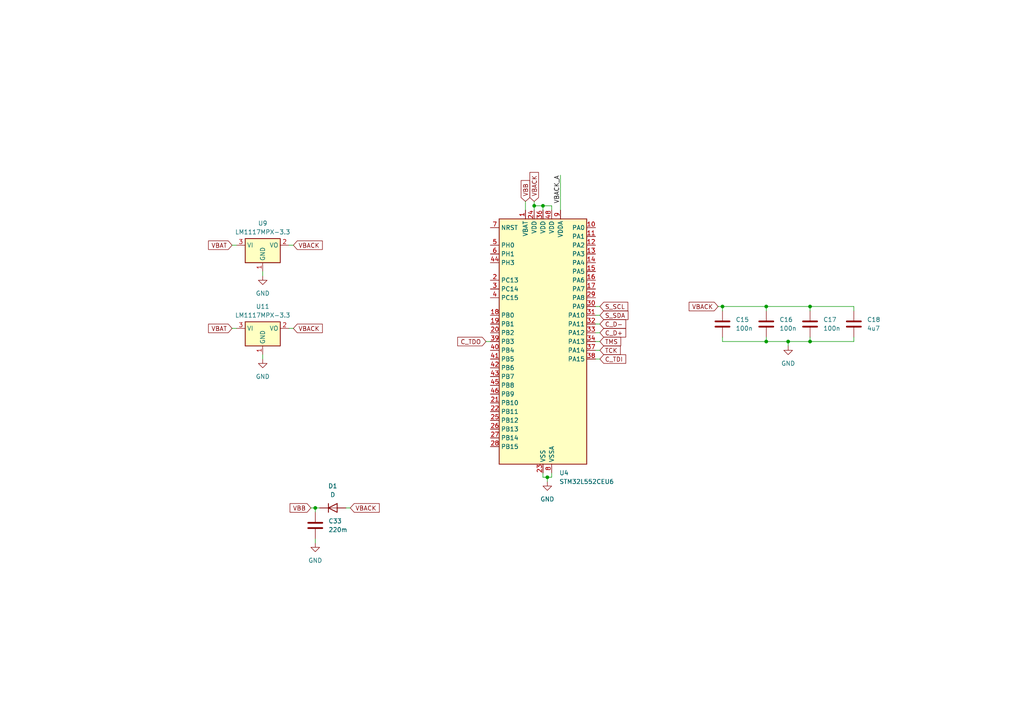
<source format=kicad_sch>
(kicad_sch (version 20230121) (generator eeschema)
  (paper "A4")
  (lib_symbols
    (symbol "Device:C" (pin_numbers hide) (pin_names (offset 0.254))
      (property "Reference" "C" (at 0.635 2.54 0))
      (property "Value" "C" (at 0.635 -2.54 0))
      (symbol "C_0_1"
        (polyline (pts (xy -2.032 -0.762) (xy 2.032 -0.762)) (stroke (width 0.508)))
        (polyline (pts (xy -2.032 0.762) (xy 2.032 0.762)) (stroke (width 0.508)))
      )
      (symbol "C_1_1"
        (pin passive line (at 0 3.81 270) (length 2.794) (name "~") (number "1"))
        (pin passive line (at 0 -3.81 90) (length 2.794) (name "~") (number "2"))
      )
    )
    (symbol "Device:D" (pin_numbers hide) (pin_names (offset 1.016) hide)
      (property "Reference" "D" (at 0 2.54 0))
      (property "Value" "D" (at 0 -2.54 0))
      (symbol "D_0_1"
        (polyline (pts (xy -1.27 1.27) (xy -1.27 -1.27)) (stroke (width 0.254)))
        (polyline (pts (xy 1.27 0) (xy -1.27 0)))
        (polyline (pts (xy 1.27 1.27) (xy 1.27 -1.27) (xy -1.27 0) (xy 1.27 1.27)) (stroke (width 0.254)))
      )
      (symbol "D_1_1"
        (pin passive line (at -3.81 0 0) (length 2.54) (name "K") (number "1"))
        (pin passive line (at 3.81 0 180) (length 2.54) (name "A") (number "2"))
      )
    )
    (symbol "MCU_ST_STM32L5:STM32L552CEUx"
      (property "Reference" "U" (at -12.7 36.83 0))
      (property "Value" "STM32L552CEUx" (at 7.62 36.83 0))
      (symbol "STM32L552CEUx_0_1"
        (rectangle (start -12.7 -35.56) (end 12.7 35.56) (stroke (width 0.254)) (fill (type background)))
      )
      (symbol "STM32L552CEUx_1_1"
        (pin power_in line (at -5.08 38.1 270) (length 2.54) (name "VBAT") (number "1"))
        (pin bidirectional line (at 15.24 33.02 180) (length 2.54) (name "PA0") (number "10"))
        (pin bidirectional line (at 15.24 30.48 180) (length 2.54) (name "PA1") (number "11"))
        (pin bidirectional line (at 15.24 27.94 180) (length 2.54) (name "PA2") (number "12"))
        (pin bidirectional line (at 15.24 25.4 180) (length 2.54) (name "PA3") (number "13"))
        (pin bidirectional line (at 15.24 22.86 180) (length 2.54) (name "PA4") (number "14"))
        (pin bidirectional line (at 15.24 20.32 180) (length 2.54) (name "PA5") (number "15"))
        (pin bidirectional line (at 15.24 17.78 180) (length 2.54) (name "PA6") (number "16"))
        (pin bidirectional line (at 15.24 15.24 180) (length 2.54) (name "PA7") (number "17"))
        (pin bidirectional line (at -15.24 7.62 0) (length 2.54) (name "PB0") (number "18"))
        (pin bidirectional line (at -15.24 5.08 0) (length 2.54) (name "PB1") (number "19"))
        (pin bidirectional line (at -15.24 17.78 0) (length 2.54) (name "PC13") (number "2"))
        (pin bidirectional line (at -15.24 2.54 0) (length 2.54) (name "PB2") (number "20"))
        (pin bidirectional line (at -15.24 -17.78 0) (length 2.54) (name "PB10") (number "21"))
        (pin bidirectional line (at -15.24 -20.32 0) (length 2.54) (name "PB11") (number "22"))
        (pin power_in line (at 0 -38.1 90) (length 2.54) (name "VSS") (number "23"))
        (pin power_in line (at -2.54 38.1 270) (length 2.54) (name "VDD") (number "24"))
        (pin bidirectional line (at -15.24 -22.86 0) (length 2.54) (name "PB12") (number "25"))
        (pin bidirectional line (at -15.24 -25.4 0) (length 2.54) (name "PB13") (number "26"))
        (pin bidirectional line (at -15.24 -27.94 0) (length 2.54) (name "PB14") (number "27"))
        (pin bidirectional line (at -15.24 -30.48 0) (length 2.54) (name "PB15") (number "28"))
        (pin bidirectional line (at 15.24 12.7 180) (length 2.54) (name "PA8") (number "29"))
        (pin bidirectional line (at -15.24 15.24 0) (length 2.54) (name "PC14") (number "3"))
        (pin bidirectional line (at 15.24 10.16 180) (length 2.54) (name "PA9") (number "30"))
        (pin bidirectional line (at 15.24 7.62 180) (length 2.54) (name "PA10") (number "31"))
        (pin bidirectional line (at 15.24 5.08 180) (length 2.54) (name "PA11") (number "32"))
        (pin bidirectional line (at 15.24 2.54 180) (length 2.54) (name "PA12") (number "33"))
        (pin bidirectional line (at 15.24 0 180) (length 2.54) (name "PA13") (number "34"))
        (pin passive line (at 0 -38.1 90) (length 2.54) hide (name "VSS") (number "35"))
        (pin power_in line (at 0 38.1 270) (length 2.54) (name "VDD") (number "36"))
        (pin bidirectional line (at 15.24 -2.54 180) (length 2.54) (name "PA14") (number "37"))
        (pin bidirectional line (at 15.24 -5.08 180) (length 2.54) (name "PA15") (number "38"))
        (pin bidirectional line (at -15.24 0 0) (length 2.54) (name "PB3") (number "39"))
        (pin bidirectional line (at -15.24 12.7 0) (length 2.54) (name "PC15") (number "4"))
        (pin bidirectional line (at -15.24 -2.54 0) (length 2.54) (name "PB4") (number "40"))
        (pin bidirectional line (at -15.24 -5.08 0) (length 2.54) (name "PB5") (number "41"))
        (pin bidirectional line (at -15.24 -7.62 0) (length 2.54) (name "PB6") (number "42"))
        (pin bidirectional line (at -15.24 -10.16 0) (length 2.54) (name "PB7") (number "43"))
        (pin bidirectional line (at -15.24 22.86 0) (length 2.54) (name "PH3") (number "44"))
        (pin bidirectional line (at -15.24 -12.7 0) (length 2.54) (name "PB8") (number "45"))
        (pin bidirectional line (at -15.24 -15.24 0) (length 2.54) (name "PB9") (number "46"))
        (pin passive line (at 0 -38.1 90) (length 2.54) hide (name "VSS") (number "47"))
        (pin power_in line (at 2.54 38.1 270) (length 2.54) (name "VDD") (number "48"))
        (pin passive line (at 0 -38.1 90) (length 2.54) hide (name "VSS") (number "49"))
        (pin bidirectional line (at -15.24 27.94 0) (length 2.54) (name "PH0") (number "5"))
        (pin bidirectional line (at -15.24 25.4 0) (length 2.54) (name "PH1") (number "6"))
        (pin input line (at -15.24 33.02 0) (length 2.54) (name "NRST") (number "7"))
        (pin power_in line (at 2.54 -38.1 90) (length 2.54) (name "VSSA") (number "8"))
        (pin power_in line (at 5.08 38.1 270) (length 2.54) (name "VDDA") (number "9"))
      )
    )
    (symbol "Regulator_Linear:LM1117MP-3.3"
      (property "Reference" "U" (at -3.81 3.175 0))
      (property "Value" "LM1117MP-3.3" (at 0 3.175 0))
      (symbol "LM1117MP-3.3_0_1"
        (rectangle (start -5.08 -5.08) (end 5.08 1.905) (stroke (width 0.254)) (fill (type background)))
      )
      (symbol "LM1117MP-3.3_1_1"
        (pin power_in line (at 0 -7.62 90) (length 2.54) (name "GND") (number "1"))
        (pin power_out line (at 7.62 0 180) (length 2.54) (name "VO") (number "2"))
        (pin power_in line (at -7.62 0 0) (length 2.54) (name "VI") (number "3"))
      )
    )
    (symbol "power:GND" (power) (pin_names (offset 0))
      (property "Value" "GND" (at 0 -3.81 0))
      (symbol "GND_0_1"
        (polyline (pts (xy 0 0) (xy 0 -1.27) (xy 1.27 -1.27) (xy 0 -2.54) (xy -1.27 -1.27) (xy 0 -1.27)))
      )
      (symbol "GND_1_1"
        (pin power_in line (at 0 0 270) (length 0) hide (name "GND") (number "1"))
      )
    )
  )
  (junction (at 91.44 147.32))
  (junction (at 209.55 88.9))
  (junction (at 157.48 59.69))
  (junction (at 234.95 99.06))
  (junction (at 228.6 99.06))
  (junction (at 222.25 99.06))
  (junction (at 154.94 59.69))
  (junction (at 158.75 138.43))
  (junction (at 222.25 88.9))
  (junction (at 234.95 88.9))
  (wire (pts (xy 247.65 88.9) (xy 234.95 88.9)))
  (wire (pts (xy 154.94 60.96) (xy 154.94 59.69)))
  (wire (pts (xy 152.4 58.42) (xy 152.4 60.96)))
  (wire (pts (xy 228.6 99.06) (xy 228.6 100.33)))
  (wire (pts (xy 140.97 99.06) (xy 142.24 99.06)))
  (wire (pts (xy 209.55 90.17) (xy 209.55 88.9)))
  (wire (pts (xy 247.65 97.79) (xy 247.65 99.06)))
  (wire (pts (xy 234.95 88.9) (xy 234.95 90.17)))
  (wire (pts (xy 222.25 99.06) (xy 228.6 99.06)))
  (wire (pts (xy 222.25 88.9) (xy 234.95 88.9)))
  (wire (pts (xy 172.72 88.9) (xy 173.99 88.9)))
  (wire (pts (xy 83.82 95.25) (xy 85.09 95.25)))
  (wire (pts (xy 76.2 102.87) (xy 76.2 104.14)))
  (wire (pts (xy 172.72 99.06) (xy 173.99 99.06)))
  (wire (pts (xy 91.44 147.32) (xy 92.71 147.32)))
  (wire (pts (xy 83.82 71.12) (xy 85.09 71.12)))
  (wire (pts (xy 91.44 148.59) (xy 91.44 147.32)))
  (wire (pts (xy 172.72 104.14) (xy 173.99 104.14)))
  (wire (pts (xy 172.72 91.44) (xy 173.99 91.44)))
  (wire (pts (xy 160.02 138.43) (xy 160.02 137.16)))
  (wire (pts (xy 157.48 138.43) (xy 158.75 138.43)))
  (wire (pts (xy 67.31 71.12) (xy 68.58 71.12)))
  (wire (pts (xy 208.28 88.9) (xy 209.55 88.9)))
  (wire (pts (xy 222.25 97.79) (xy 222.25 99.06)))
  (wire (pts (xy 247.65 99.06) (xy 234.95 99.06)))
  (wire (pts (xy 157.48 59.69) (xy 157.48 60.96)))
  (wire (pts (xy 222.25 88.9) (xy 222.25 90.17)))
  (wire (pts (xy 100.33 147.32) (xy 101.6 147.32)))
  (wire (pts (xy 158.75 139.7) (xy 158.75 138.43)))
  (wire (pts (xy 154.94 59.69) (xy 157.48 59.69)))
  (wire (pts (xy 172.72 96.52) (xy 173.99 96.52)))
  (wire (pts (xy 157.48 137.16) (xy 157.48 138.43)))
  (wire (pts (xy 209.55 99.06) (xy 222.25 99.06)))
  (wire (pts (xy 91.44 156.21) (xy 91.44 157.48)))
  (wire (pts (xy 160.02 59.69) (xy 157.48 59.69)))
  (wire (pts (xy 222.25 88.9) (xy 209.55 88.9)))
  (wire (pts (xy 209.55 97.79) (xy 209.55 99.06)))
  (wire (pts (xy 158.75 138.43) (xy 160.02 138.43)))
  (wire (pts (xy 154.94 58.42) (xy 154.94 59.69)))
  (wire (pts (xy 228.6 99.06) (xy 234.95 99.06)))
  (wire (pts (xy 160.02 60.96) (xy 160.02 59.69)))
  (wire (pts (xy 247.65 90.17) (xy 247.65 88.9)))
  (wire (pts (xy 67.31 95.25) (xy 68.58 95.25)))
  (wire (pts (xy 90.17 147.32) (xy 91.44 147.32)))
  (wire (pts (xy 234.95 99.06) (xy 234.95 97.79)))
  (wire (pts (xy 162.56 50.8) (xy 162.56 60.96)))
  (wire (pts (xy 76.2 78.74) (xy 76.2 80.01)))
  (wire (pts (xy 172.72 101.6) (xy 173.99 101.6)))
  (wire (pts (xy 172.72 93.98) (xy 173.99 93.98)))
  (label "VBACK_A" (at 162.56 50.8 270))
  (global_label "C_D-" (shape input) (at 173.99 93.98 0) (property "Intersheetrefs" "${INTERSHEET_REFS}" (effects hide)))
  (global_label "VBACK" (shape input) (at 85.09 71.12 0) (property "Intersheetrefs" "${INTERSHEET_REFS}" (effects hide)))
  (global_label "VBB" (shape input) (at 152.4 58.42 90) (property "Intersheetrefs" "${INTERSHEET_REFS}" (effects hide)))
  (global_label "VBACK" (shape input) (at 208.28 88.9 180) (property "Intersheetrefs" "${INTERSHEET_REFS}" (effects hide)))
  (global_label "VBACK" (shape input) (at 154.94 58.42 90) (property "Intersheetrefs" "${INTERSHEET_REFS}" (effects hide)))
  (global_label "C_TDO" (shape input) (at 140.97 99.06 180) (property "Intersheetrefs" "${INTERSHEET_REFS}" (effects hide)))
  (global_label "S_SCL" (shape input) (at 173.99 88.9 0) (property "Intersheetrefs" "${INTERSHEET_REFS}" (effects hide)))
  (global_label "TMS" (shape input) (at 173.99 99.06 0) (property "Intersheetrefs" "${INTERSHEET_REFS}" (effects hide)))
  (global_label "TCK" (shape input) (at 173.99 101.6 0) (property "Intersheetrefs" "${INTERSHEET_REFS}" (effects hide)))
  (global_label "VBACK" (shape input) (at 85.09 95.25 0) (property "Intersheetrefs" "${INTERSHEET_REFS}" (effects hide)))
  (global_label "C_D+" (shape input) (at 173.99 96.52 0) (property "Intersheetrefs" "${INTERSHEET_REFS}" (effects hide)))
  (global_label "C_TDI" (shape input) (at 173.99 104.14 0) (property "Intersheetrefs" "${INTERSHEET_REFS}" (effects hide)))
  (global_label "VBACK" (shape input) (at 101.6 147.32 0) (property "Intersheetrefs" "${INTERSHEET_REFS}" (effects hide)))
  (global_label "VBB" (shape input) (at 90.17 147.32 180) (property "Intersheetrefs" "${INTERSHEET_REFS}" (effects hide)))
  (global_label "S_SDA" (shape input) (at 173.99 91.44 0) (property "Intersheetrefs" "${INTERSHEET_REFS}" (effects hide)))
  (global_label "VBAT" (shape input) (at 67.31 71.12 180) (property "Intersheetrefs" "${INTERSHEET_REFS}" (effects hide)))
  (global_label "VBAT" (shape input) (at 67.31 95.25 180) (property "Intersheetrefs" "${INTERSHEET_REFS}" (effects hide)))
  (symbol (lib_id "Device:C") (at 91.44 152.4 0) (unit 1)
    (property "Reference" "C33" (at 95.25 151.13 0) (effects (justify left)))
    (property "Value" "220m" (at 95.25 153.67 0) (effects (justify left)))
    (property "Footprint" "Capacitor_SMD:CP_Elec_8x10.5" (effects hide))
  )
  (symbol (lib_id "Regulator_Linear:LM1117MP-3.3") (at 76.2 71.12 0) (unit 1)
    (property "Reference" "U9" (at 76.2 64.77 0))
    (property "Value" "LM1117MPX-3.3" (at 76.2 67.31 0))
    (property "Footprint" "Package_TO_SOT_SMD:SOT-223-3_TabPin2" (effects hide))
    (property "Datasheet" "http://www.ti.com/lit/ds/symlink/lm1117.pdf" (effects hide))
  )
  (symbol (lib_id "power:GND") (at 158.75 139.7 0) (unit 1)
    (property "Reference" "#PWR04" (effects hide))
    (property "Value" "GND" (at 158.75 144.78 0))
  )
  (symbol (lib_id "Device:C") (at 234.95 93.98 0) (unit 1)
    (property "Reference" "C17" (at 238.76 92.71 0) (effects (justify left)))
    (property "Value" "100n" (at 238.76 95.25 0) (effects (justify left)))
  )
  (symbol (lib_id "Device:C") (at 247.65 93.98 0) (unit 1)
    (property "Reference" "C18" (at 251.46 92.71 0) (effects (justify left)))
    (property "Value" "4u7" (at 251.46 95.25 0) (effects (justify left)))
  )
  (symbol (lib_id "power:GND") (at 76.2 104.14 0) (unit 1)
    (property "Reference" "#PWR013" (effects hide))
    (property "Value" "GND" (at 76.2 109.22 0))
  )
  (symbol (lib_id "power:GND") (at 76.2 80.01 0) (unit 1)
    (property "Reference" "#PWR06" (effects hide))
    (property "Value" "GND" (at 76.2 85.09 0))
  )
  (symbol (lib_id "power:GND") (at 228.6 100.33 0) (unit 1)
    (property "Reference" "#PWR024" (effects hide))
    (property "Value" "GND" (at 228.6 105.41 0))
  )
  (symbol (lib_id "Device:C") (at 209.55 93.98 0) (unit 1)
    (property "Reference" "C15" (at 213.36 92.71 0) (effects (justify left)))
    (property "Value" "100n" (at 213.36 95.25 0) (effects (justify left)))
  )
  (symbol (lib_id "Device:D") (at 96.52 147.32 0) (unit 1)
    (property "Reference" "D1" (at 96.52 140.97 0))
    (property "Value" "D" (at 96.52 143.51 0))
    (property "Sim.Device" "D" (effects hide))
    (property "Sim.Pins" "1=K 2=A" (effects hide))
  )
  (symbol (lib_id "power:GND") (at 91.44 157.48 0) (unit 1)
    (property "Reference" "#PWR065" (effects hide))
    (property "Value" "GND" (at 91.44 162.56 0))
  )
  (symbol (lib_id "Device:C") (at 222.25 93.98 0) (unit 1)
    (property "Reference" "C16" (at 226.06 92.71 0) (effects (justify left)))
    (property "Value" "100n" (at 226.06 95.25 0) (effects (justify left)))
  )
  (symbol (lib_id "Regulator_Linear:LM1117MP-3.3") (at 76.2 95.25 0) (unit 1)
    (property "Reference" "U11" (at 76.2 88.9 0))
    (property "Value" "LM1117MPX-3.3" (at 76.2 91.44 0))
    (property "Footprint" "Package_TO_SOT_SMD:SOT-223-3_TabPin2" (effects hide))
    (property "Datasheet" "http://www.ti.com/lit/ds/symlink/lm1117.pdf" (effects hide))
  )
  (symbol (lib_id "MCU_ST_STM32L5:STM32L552CEUx") (at 157.48 99.06 0) (unit 1)
    (property "Reference" "U4" (at 162.2141 137.16 0) (effects (justify left)))
    (property "Value" "STM32L552CEU6" (at 162.2141 139.7 0) (effects (justify left)))
    (property "Footprint" "Package_DFN_QFN:QFN-48-1EP_7x7mm_P0.5mm_EP5.6x5.6mm" (effects hide))
    (property "Datasheet" "https://www.st.com/resource/en/datasheet/stm32l552ce.pdf" (effects hide))
  )
)
</source>
